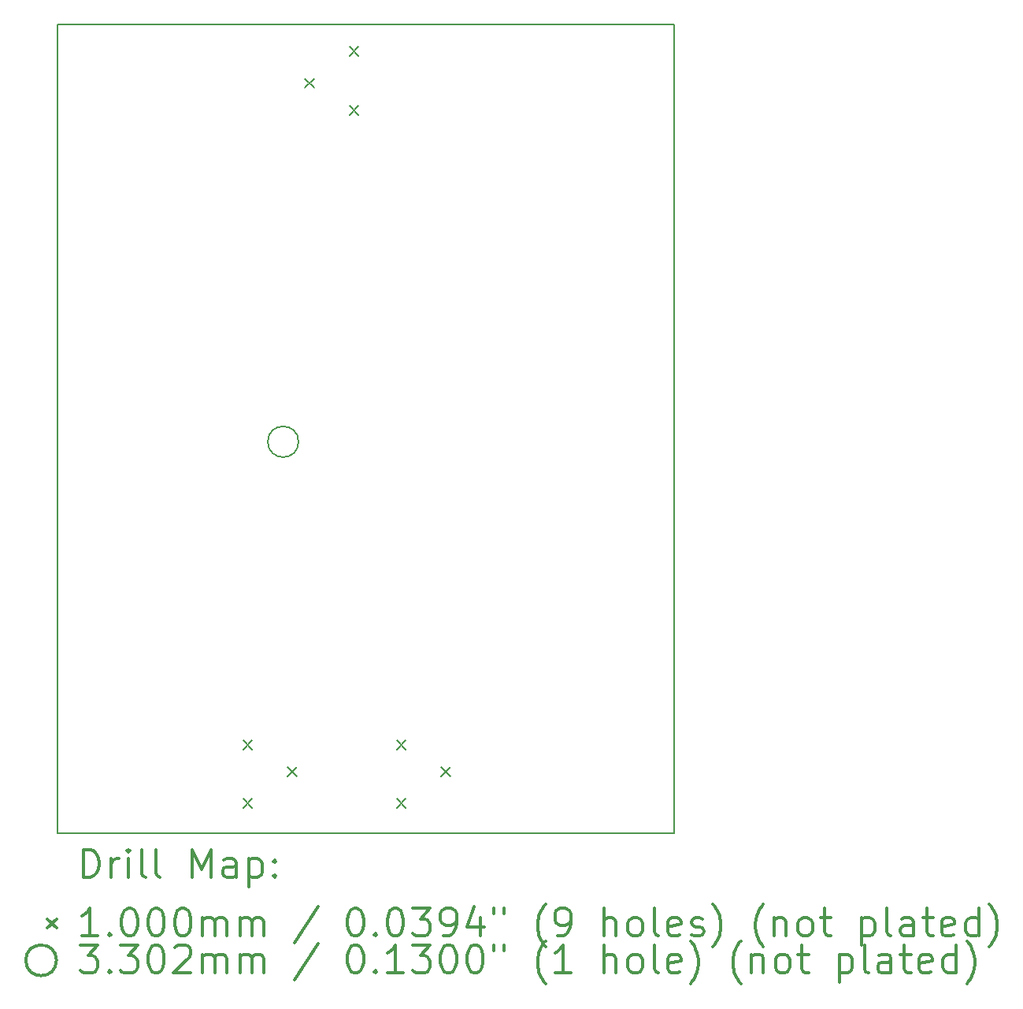
<source format=gbr>
%FSLAX45Y45*%
G04 Gerber Fmt 4.5, Leading zero omitted, Abs format (unit mm)*
G04 Created by KiCad (PCBNEW (5.1.10)-1) date 2021-11-03 22:51:22*
%MOMM*%
%LPD*%
G01*
G04 APERTURE LIST*
%TA.AperFunction,Profile*%
%ADD10C,0.152400*%
%TD*%
%ADD11C,0.200000*%
%ADD12C,0.300000*%
G04 APERTURE END LIST*
D10*
X18161000Y-6172200D02*
X18161000Y-14859000D01*
X11531600Y-6172200D02*
X18161000Y-6172200D01*
X11531600Y-14859000D02*
X11531600Y-6172200D01*
X18161000Y-14859000D02*
X11531600Y-14859000D01*
D11*
X13530110Y-13859360D02*
X13630110Y-13959360D01*
X13630110Y-13859360D02*
X13530110Y-13959360D01*
X13530110Y-14489360D02*
X13630110Y-14589360D01*
X13630110Y-14489360D02*
X13530110Y-14589360D01*
X14010110Y-14149360D02*
X14110110Y-14249360D01*
X14110110Y-14149360D02*
X14010110Y-14249360D01*
X14193110Y-6751360D02*
X14293110Y-6851360D01*
X14293110Y-6751360D02*
X14193110Y-6851360D01*
X14673110Y-6411360D02*
X14773110Y-6511360D01*
X14773110Y-6411360D02*
X14673110Y-6511360D01*
X14673110Y-7041360D02*
X14773110Y-7141360D01*
X14773110Y-7041360D02*
X14673110Y-7141360D01*
X15181110Y-13859360D02*
X15281110Y-13959360D01*
X15281110Y-13859360D02*
X15181110Y-13959360D01*
X15181110Y-14489360D02*
X15281110Y-14589360D01*
X15281110Y-14489360D02*
X15181110Y-14589360D01*
X15661110Y-14149360D02*
X15761110Y-14249360D01*
X15761110Y-14149360D02*
X15661110Y-14249360D01*
X14126210Y-10652760D02*
G75*
G03*
X14126210Y-10652760I-165100J0D01*
G01*
D12*
X11810408Y-15332334D02*
X11810408Y-15032334D01*
X11881837Y-15032334D01*
X11924694Y-15046620D01*
X11953266Y-15075191D01*
X11967551Y-15103763D01*
X11981837Y-15160906D01*
X11981837Y-15203763D01*
X11967551Y-15260906D01*
X11953266Y-15289477D01*
X11924694Y-15318049D01*
X11881837Y-15332334D01*
X11810408Y-15332334D01*
X12110408Y-15332334D02*
X12110408Y-15132334D01*
X12110408Y-15189477D02*
X12124694Y-15160906D01*
X12138980Y-15146620D01*
X12167551Y-15132334D01*
X12196123Y-15132334D01*
X12296123Y-15332334D02*
X12296123Y-15132334D01*
X12296123Y-15032334D02*
X12281837Y-15046620D01*
X12296123Y-15060906D01*
X12310408Y-15046620D01*
X12296123Y-15032334D01*
X12296123Y-15060906D01*
X12481837Y-15332334D02*
X12453266Y-15318049D01*
X12438980Y-15289477D01*
X12438980Y-15032334D01*
X12638980Y-15332334D02*
X12610408Y-15318049D01*
X12596123Y-15289477D01*
X12596123Y-15032334D01*
X12981837Y-15332334D02*
X12981837Y-15032334D01*
X13081837Y-15246620D01*
X13181837Y-15032334D01*
X13181837Y-15332334D01*
X13453266Y-15332334D02*
X13453266Y-15175191D01*
X13438980Y-15146620D01*
X13410408Y-15132334D01*
X13353266Y-15132334D01*
X13324694Y-15146620D01*
X13453266Y-15318049D02*
X13424694Y-15332334D01*
X13353266Y-15332334D01*
X13324694Y-15318049D01*
X13310408Y-15289477D01*
X13310408Y-15260906D01*
X13324694Y-15232334D01*
X13353266Y-15218049D01*
X13424694Y-15218049D01*
X13453266Y-15203763D01*
X13596123Y-15132334D02*
X13596123Y-15432334D01*
X13596123Y-15146620D02*
X13624694Y-15132334D01*
X13681837Y-15132334D01*
X13710408Y-15146620D01*
X13724694Y-15160906D01*
X13738980Y-15189477D01*
X13738980Y-15275191D01*
X13724694Y-15303763D01*
X13710408Y-15318049D01*
X13681837Y-15332334D01*
X13624694Y-15332334D01*
X13596123Y-15318049D01*
X13867551Y-15303763D02*
X13881837Y-15318049D01*
X13867551Y-15332334D01*
X13853266Y-15318049D01*
X13867551Y-15303763D01*
X13867551Y-15332334D01*
X13867551Y-15146620D02*
X13881837Y-15160906D01*
X13867551Y-15175191D01*
X13853266Y-15160906D01*
X13867551Y-15146620D01*
X13867551Y-15175191D01*
X11423980Y-15776620D02*
X11523980Y-15876620D01*
X11523980Y-15776620D02*
X11423980Y-15876620D01*
X11967551Y-15962334D02*
X11796123Y-15962334D01*
X11881837Y-15962334D02*
X11881837Y-15662334D01*
X11853266Y-15705191D01*
X11824694Y-15733763D01*
X11796123Y-15748049D01*
X12096123Y-15933763D02*
X12110408Y-15948049D01*
X12096123Y-15962334D01*
X12081837Y-15948049D01*
X12096123Y-15933763D01*
X12096123Y-15962334D01*
X12296123Y-15662334D02*
X12324694Y-15662334D01*
X12353266Y-15676620D01*
X12367551Y-15690906D01*
X12381837Y-15719477D01*
X12396123Y-15776620D01*
X12396123Y-15848049D01*
X12381837Y-15905191D01*
X12367551Y-15933763D01*
X12353266Y-15948049D01*
X12324694Y-15962334D01*
X12296123Y-15962334D01*
X12267551Y-15948049D01*
X12253266Y-15933763D01*
X12238980Y-15905191D01*
X12224694Y-15848049D01*
X12224694Y-15776620D01*
X12238980Y-15719477D01*
X12253266Y-15690906D01*
X12267551Y-15676620D01*
X12296123Y-15662334D01*
X12581837Y-15662334D02*
X12610408Y-15662334D01*
X12638980Y-15676620D01*
X12653266Y-15690906D01*
X12667551Y-15719477D01*
X12681837Y-15776620D01*
X12681837Y-15848049D01*
X12667551Y-15905191D01*
X12653266Y-15933763D01*
X12638980Y-15948049D01*
X12610408Y-15962334D01*
X12581837Y-15962334D01*
X12553266Y-15948049D01*
X12538980Y-15933763D01*
X12524694Y-15905191D01*
X12510408Y-15848049D01*
X12510408Y-15776620D01*
X12524694Y-15719477D01*
X12538980Y-15690906D01*
X12553266Y-15676620D01*
X12581837Y-15662334D01*
X12867551Y-15662334D02*
X12896123Y-15662334D01*
X12924694Y-15676620D01*
X12938980Y-15690906D01*
X12953266Y-15719477D01*
X12967551Y-15776620D01*
X12967551Y-15848049D01*
X12953266Y-15905191D01*
X12938980Y-15933763D01*
X12924694Y-15948049D01*
X12896123Y-15962334D01*
X12867551Y-15962334D01*
X12838980Y-15948049D01*
X12824694Y-15933763D01*
X12810408Y-15905191D01*
X12796123Y-15848049D01*
X12796123Y-15776620D01*
X12810408Y-15719477D01*
X12824694Y-15690906D01*
X12838980Y-15676620D01*
X12867551Y-15662334D01*
X13096123Y-15962334D02*
X13096123Y-15762334D01*
X13096123Y-15790906D02*
X13110408Y-15776620D01*
X13138980Y-15762334D01*
X13181837Y-15762334D01*
X13210408Y-15776620D01*
X13224694Y-15805191D01*
X13224694Y-15962334D01*
X13224694Y-15805191D02*
X13238980Y-15776620D01*
X13267551Y-15762334D01*
X13310408Y-15762334D01*
X13338980Y-15776620D01*
X13353266Y-15805191D01*
X13353266Y-15962334D01*
X13496123Y-15962334D02*
X13496123Y-15762334D01*
X13496123Y-15790906D02*
X13510408Y-15776620D01*
X13538980Y-15762334D01*
X13581837Y-15762334D01*
X13610408Y-15776620D01*
X13624694Y-15805191D01*
X13624694Y-15962334D01*
X13624694Y-15805191D02*
X13638980Y-15776620D01*
X13667551Y-15762334D01*
X13710408Y-15762334D01*
X13738980Y-15776620D01*
X13753266Y-15805191D01*
X13753266Y-15962334D01*
X14338980Y-15648049D02*
X14081837Y-16033763D01*
X14724694Y-15662334D02*
X14753266Y-15662334D01*
X14781837Y-15676620D01*
X14796123Y-15690906D01*
X14810408Y-15719477D01*
X14824694Y-15776620D01*
X14824694Y-15848049D01*
X14810408Y-15905191D01*
X14796123Y-15933763D01*
X14781837Y-15948049D01*
X14753266Y-15962334D01*
X14724694Y-15962334D01*
X14696123Y-15948049D01*
X14681837Y-15933763D01*
X14667551Y-15905191D01*
X14653266Y-15848049D01*
X14653266Y-15776620D01*
X14667551Y-15719477D01*
X14681837Y-15690906D01*
X14696123Y-15676620D01*
X14724694Y-15662334D01*
X14953266Y-15933763D02*
X14967551Y-15948049D01*
X14953266Y-15962334D01*
X14938980Y-15948049D01*
X14953266Y-15933763D01*
X14953266Y-15962334D01*
X15153266Y-15662334D02*
X15181837Y-15662334D01*
X15210408Y-15676620D01*
X15224694Y-15690906D01*
X15238980Y-15719477D01*
X15253266Y-15776620D01*
X15253266Y-15848049D01*
X15238980Y-15905191D01*
X15224694Y-15933763D01*
X15210408Y-15948049D01*
X15181837Y-15962334D01*
X15153266Y-15962334D01*
X15124694Y-15948049D01*
X15110408Y-15933763D01*
X15096123Y-15905191D01*
X15081837Y-15848049D01*
X15081837Y-15776620D01*
X15096123Y-15719477D01*
X15110408Y-15690906D01*
X15124694Y-15676620D01*
X15153266Y-15662334D01*
X15353266Y-15662334D02*
X15538980Y-15662334D01*
X15438980Y-15776620D01*
X15481837Y-15776620D01*
X15510408Y-15790906D01*
X15524694Y-15805191D01*
X15538980Y-15833763D01*
X15538980Y-15905191D01*
X15524694Y-15933763D01*
X15510408Y-15948049D01*
X15481837Y-15962334D01*
X15396123Y-15962334D01*
X15367551Y-15948049D01*
X15353266Y-15933763D01*
X15681837Y-15962334D02*
X15738980Y-15962334D01*
X15767551Y-15948049D01*
X15781837Y-15933763D01*
X15810408Y-15890906D01*
X15824694Y-15833763D01*
X15824694Y-15719477D01*
X15810408Y-15690906D01*
X15796123Y-15676620D01*
X15767551Y-15662334D01*
X15710408Y-15662334D01*
X15681837Y-15676620D01*
X15667551Y-15690906D01*
X15653266Y-15719477D01*
X15653266Y-15790906D01*
X15667551Y-15819477D01*
X15681837Y-15833763D01*
X15710408Y-15848049D01*
X15767551Y-15848049D01*
X15796123Y-15833763D01*
X15810408Y-15819477D01*
X15824694Y-15790906D01*
X16081837Y-15762334D02*
X16081837Y-15962334D01*
X16010408Y-15648049D02*
X15938980Y-15862334D01*
X16124694Y-15862334D01*
X16224694Y-15662334D02*
X16224694Y-15719477D01*
X16338980Y-15662334D02*
X16338980Y-15719477D01*
X16781837Y-16076620D02*
X16767551Y-16062334D01*
X16738980Y-16019477D01*
X16724694Y-15990906D01*
X16710408Y-15948049D01*
X16696123Y-15876620D01*
X16696123Y-15819477D01*
X16710408Y-15748049D01*
X16724694Y-15705191D01*
X16738980Y-15676620D01*
X16767551Y-15633763D01*
X16781837Y-15619477D01*
X16910408Y-15962334D02*
X16967551Y-15962334D01*
X16996123Y-15948049D01*
X17010408Y-15933763D01*
X17038980Y-15890906D01*
X17053266Y-15833763D01*
X17053266Y-15719477D01*
X17038980Y-15690906D01*
X17024694Y-15676620D01*
X16996123Y-15662334D01*
X16938980Y-15662334D01*
X16910408Y-15676620D01*
X16896123Y-15690906D01*
X16881837Y-15719477D01*
X16881837Y-15790906D01*
X16896123Y-15819477D01*
X16910408Y-15833763D01*
X16938980Y-15848049D01*
X16996123Y-15848049D01*
X17024694Y-15833763D01*
X17038980Y-15819477D01*
X17053266Y-15790906D01*
X17410408Y-15962334D02*
X17410408Y-15662334D01*
X17538980Y-15962334D02*
X17538980Y-15805191D01*
X17524694Y-15776620D01*
X17496123Y-15762334D01*
X17453266Y-15762334D01*
X17424694Y-15776620D01*
X17410408Y-15790906D01*
X17724694Y-15962334D02*
X17696123Y-15948049D01*
X17681837Y-15933763D01*
X17667551Y-15905191D01*
X17667551Y-15819477D01*
X17681837Y-15790906D01*
X17696123Y-15776620D01*
X17724694Y-15762334D01*
X17767551Y-15762334D01*
X17796123Y-15776620D01*
X17810408Y-15790906D01*
X17824694Y-15819477D01*
X17824694Y-15905191D01*
X17810408Y-15933763D01*
X17796123Y-15948049D01*
X17767551Y-15962334D01*
X17724694Y-15962334D01*
X17996123Y-15962334D02*
X17967551Y-15948049D01*
X17953266Y-15919477D01*
X17953266Y-15662334D01*
X18224694Y-15948049D02*
X18196123Y-15962334D01*
X18138980Y-15962334D01*
X18110408Y-15948049D01*
X18096123Y-15919477D01*
X18096123Y-15805191D01*
X18110408Y-15776620D01*
X18138980Y-15762334D01*
X18196123Y-15762334D01*
X18224694Y-15776620D01*
X18238980Y-15805191D01*
X18238980Y-15833763D01*
X18096123Y-15862334D01*
X18353266Y-15948049D02*
X18381837Y-15962334D01*
X18438980Y-15962334D01*
X18467551Y-15948049D01*
X18481837Y-15919477D01*
X18481837Y-15905191D01*
X18467551Y-15876620D01*
X18438980Y-15862334D01*
X18396123Y-15862334D01*
X18367551Y-15848049D01*
X18353266Y-15819477D01*
X18353266Y-15805191D01*
X18367551Y-15776620D01*
X18396123Y-15762334D01*
X18438980Y-15762334D01*
X18467551Y-15776620D01*
X18581837Y-16076620D02*
X18596123Y-16062334D01*
X18624694Y-16019477D01*
X18638980Y-15990906D01*
X18653266Y-15948049D01*
X18667551Y-15876620D01*
X18667551Y-15819477D01*
X18653266Y-15748049D01*
X18638980Y-15705191D01*
X18624694Y-15676620D01*
X18596123Y-15633763D01*
X18581837Y-15619477D01*
X19124694Y-16076620D02*
X19110408Y-16062334D01*
X19081837Y-16019477D01*
X19067551Y-15990906D01*
X19053266Y-15948049D01*
X19038980Y-15876620D01*
X19038980Y-15819477D01*
X19053266Y-15748049D01*
X19067551Y-15705191D01*
X19081837Y-15676620D01*
X19110408Y-15633763D01*
X19124694Y-15619477D01*
X19238980Y-15762334D02*
X19238980Y-15962334D01*
X19238980Y-15790906D02*
X19253266Y-15776620D01*
X19281837Y-15762334D01*
X19324694Y-15762334D01*
X19353266Y-15776620D01*
X19367551Y-15805191D01*
X19367551Y-15962334D01*
X19553266Y-15962334D02*
X19524694Y-15948049D01*
X19510408Y-15933763D01*
X19496123Y-15905191D01*
X19496123Y-15819477D01*
X19510408Y-15790906D01*
X19524694Y-15776620D01*
X19553266Y-15762334D01*
X19596123Y-15762334D01*
X19624694Y-15776620D01*
X19638980Y-15790906D01*
X19653266Y-15819477D01*
X19653266Y-15905191D01*
X19638980Y-15933763D01*
X19624694Y-15948049D01*
X19596123Y-15962334D01*
X19553266Y-15962334D01*
X19738980Y-15762334D02*
X19853266Y-15762334D01*
X19781837Y-15662334D02*
X19781837Y-15919477D01*
X19796123Y-15948049D01*
X19824694Y-15962334D01*
X19853266Y-15962334D01*
X20181837Y-15762334D02*
X20181837Y-16062334D01*
X20181837Y-15776620D02*
X20210408Y-15762334D01*
X20267551Y-15762334D01*
X20296123Y-15776620D01*
X20310408Y-15790906D01*
X20324694Y-15819477D01*
X20324694Y-15905191D01*
X20310408Y-15933763D01*
X20296123Y-15948049D01*
X20267551Y-15962334D01*
X20210408Y-15962334D01*
X20181837Y-15948049D01*
X20496123Y-15962334D02*
X20467551Y-15948049D01*
X20453266Y-15919477D01*
X20453266Y-15662334D01*
X20738980Y-15962334D02*
X20738980Y-15805191D01*
X20724694Y-15776620D01*
X20696123Y-15762334D01*
X20638980Y-15762334D01*
X20610408Y-15776620D01*
X20738980Y-15948049D02*
X20710408Y-15962334D01*
X20638980Y-15962334D01*
X20610408Y-15948049D01*
X20596123Y-15919477D01*
X20596123Y-15890906D01*
X20610408Y-15862334D01*
X20638980Y-15848049D01*
X20710408Y-15848049D01*
X20738980Y-15833763D01*
X20838980Y-15762334D02*
X20953266Y-15762334D01*
X20881837Y-15662334D02*
X20881837Y-15919477D01*
X20896123Y-15948049D01*
X20924694Y-15962334D01*
X20953266Y-15962334D01*
X21167551Y-15948049D02*
X21138980Y-15962334D01*
X21081837Y-15962334D01*
X21053266Y-15948049D01*
X21038980Y-15919477D01*
X21038980Y-15805191D01*
X21053266Y-15776620D01*
X21081837Y-15762334D01*
X21138980Y-15762334D01*
X21167551Y-15776620D01*
X21181837Y-15805191D01*
X21181837Y-15833763D01*
X21038980Y-15862334D01*
X21438980Y-15962334D02*
X21438980Y-15662334D01*
X21438980Y-15948049D02*
X21410408Y-15962334D01*
X21353266Y-15962334D01*
X21324694Y-15948049D01*
X21310408Y-15933763D01*
X21296123Y-15905191D01*
X21296123Y-15819477D01*
X21310408Y-15790906D01*
X21324694Y-15776620D01*
X21353266Y-15762334D01*
X21410408Y-15762334D01*
X21438980Y-15776620D01*
X21553266Y-16076620D02*
X21567551Y-16062334D01*
X21596123Y-16019477D01*
X21610408Y-15990906D01*
X21624694Y-15948049D01*
X21638980Y-15876620D01*
X21638980Y-15819477D01*
X21624694Y-15748049D01*
X21610408Y-15705191D01*
X21596123Y-15676620D01*
X21567551Y-15633763D01*
X21553266Y-15619477D01*
X11523980Y-16222620D02*
G75*
G03*
X11523980Y-16222620I-165100J0D01*
G01*
X11781837Y-16058334D02*
X11967551Y-16058334D01*
X11867551Y-16172620D01*
X11910408Y-16172620D01*
X11938980Y-16186906D01*
X11953266Y-16201191D01*
X11967551Y-16229763D01*
X11967551Y-16301191D01*
X11953266Y-16329763D01*
X11938980Y-16344049D01*
X11910408Y-16358334D01*
X11824694Y-16358334D01*
X11796123Y-16344049D01*
X11781837Y-16329763D01*
X12096123Y-16329763D02*
X12110408Y-16344049D01*
X12096123Y-16358334D01*
X12081837Y-16344049D01*
X12096123Y-16329763D01*
X12096123Y-16358334D01*
X12210408Y-16058334D02*
X12396123Y-16058334D01*
X12296123Y-16172620D01*
X12338980Y-16172620D01*
X12367551Y-16186906D01*
X12381837Y-16201191D01*
X12396123Y-16229763D01*
X12396123Y-16301191D01*
X12381837Y-16329763D01*
X12367551Y-16344049D01*
X12338980Y-16358334D01*
X12253266Y-16358334D01*
X12224694Y-16344049D01*
X12210408Y-16329763D01*
X12581837Y-16058334D02*
X12610408Y-16058334D01*
X12638980Y-16072620D01*
X12653266Y-16086906D01*
X12667551Y-16115477D01*
X12681837Y-16172620D01*
X12681837Y-16244049D01*
X12667551Y-16301191D01*
X12653266Y-16329763D01*
X12638980Y-16344049D01*
X12610408Y-16358334D01*
X12581837Y-16358334D01*
X12553266Y-16344049D01*
X12538980Y-16329763D01*
X12524694Y-16301191D01*
X12510408Y-16244049D01*
X12510408Y-16172620D01*
X12524694Y-16115477D01*
X12538980Y-16086906D01*
X12553266Y-16072620D01*
X12581837Y-16058334D01*
X12796123Y-16086906D02*
X12810408Y-16072620D01*
X12838980Y-16058334D01*
X12910408Y-16058334D01*
X12938980Y-16072620D01*
X12953266Y-16086906D01*
X12967551Y-16115477D01*
X12967551Y-16144049D01*
X12953266Y-16186906D01*
X12781837Y-16358334D01*
X12967551Y-16358334D01*
X13096123Y-16358334D02*
X13096123Y-16158334D01*
X13096123Y-16186906D02*
X13110408Y-16172620D01*
X13138980Y-16158334D01*
X13181837Y-16158334D01*
X13210408Y-16172620D01*
X13224694Y-16201191D01*
X13224694Y-16358334D01*
X13224694Y-16201191D02*
X13238980Y-16172620D01*
X13267551Y-16158334D01*
X13310408Y-16158334D01*
X13338980Y-16172620D01*
X13353266Y-16201191D01*
X13353266Y-16358334D01*
X13496123Y-16358334D02*
X13496123Y-16158334D01*
X13496123Y-16186906D02*
X13510408Y-16172620D01*
X13538980Y-16158334D01*
X13581837Y-16158334D01*
X13610408Y-16172620D01*
X13624694Y-16201191D01*
X13624694Y-16358334D01*
X13624694Y-16201191D02*
X13638980Y-16172620D01*
X13667551Y-16158334D01*
X13710408Y-16158334D01*
X13738980Y-16172620D01*
X13753266Y-16201191D01*
X13753266Y-16358334D01*
X14338980Y-16044049D02*
X14081837Y-16429763D01*
X14724694Y-16058334D02*
X14753266Y-16058334D01*
X14781837Y-16072620D01*
X14796123Y-16086906D01*
X14810408Y-16115477D01*
X14824694Y-16172620D01*
X14824694Y-16244049D01*
X14810408Y-16301191D01*
X14796123Y-16329763D01*
X14781837Y-16344049D01*
X14753266Y-16358334D01*
X14724694Y-16358334D01*
X14696123Y-16344049D01*
X14681837Y-16329763D01*
X14667551Y-16301191D01*
X14653266Y-16244049D01*
X14653266Y-16172620D01*
X14667551Y-16115477D01*
X14681837Y-16086906D01*
X14696123Y-16072620D01*
X14724694Y-16058334D01*
X14953266Y-16329763D02*
X14967551Y-16344049D01*
X14953266Y-16358334D01*
X14938980Y-16344049D01*
X14953266Y-16329763D01*
X14953266Y-16358334D01*
X15253266Y-16358334D02*
X15081837Y-16358334D01*
X15167551Y-16358334D02*
X15167551Y-16058334D01*
X15138980Y-16101191D01*
X15110408Y-16129763D01*
X15081837Y-16144049D01*
X15353266Y-16058334D02*
X15538980Y-16058334D01*
X15438980Y-16172620D01*
X15481837Y-16172620D01*
X15510408Y-16186906D01*
X15524694Y-16201191D01*
X15538980Y-16229763D01*
X15538980Y-16301191D01*
X15524694Y-16329763D01*
X15510408Y-16344049D01*
X15481837Y-16358334D01*
X15396123Y-16358334D01*
X15367551Y-16344049D01*
X15353266Y-16329763D01*
X15724694Y-16058334D02*
X15753266Y-16058334D01*
X15781837Y-16072620D01*
X15796123Y-16086906D01*
X15810408Y-16115477D01*
X15824694Y-16172620D01*
X15824694Y-16244049D01*
X15810408Y-16301191D01*
X15796123Y-16329763D01*
X15781837Y-16344049D01*
X15753266Y-16358334D01*
X15724694Y-16358334D01*
X15696123Y-16344049D01*
X15681837Y-16329763D01*
X15667551Y-16301191D01*
X15653266Y-16244049D01*
X15653266Y-16172620D01*
X15667551Y-16115477D01*
X15681837Y-16086906D01*
X15696123Y-16072620D01*
X15724694Y-16058334D01*
X16010408Y-16058334D02*
X16038980Y-16058334D01*
X16067551Y-16072620D01*
X16081837Y-16086906D01*
X16096123Y-16115477D01*
X16110408Y-16172620D01*
X16110408Y-16244049D01*
X16096123Y-16301191D01*
X16081837Y-16329763D01*
X16067551Y-16344049D01*
X16038980Y-16358334D01*
X16010408Y-16358334D01*
X15981837Y-16344049D01*
X15967551Y-16329763D01*
X15953266Y-16301191D01*
X15938980Y-16244049D01*
X15938980Y-16172620D01*
X15953266Y-16115477D01*
X15967551Y-16086906D01*
X15981837Y-16072620D01*
X16010408Y-16058334D01*
X16224694Y-16058334D02*
X16224694Y-16115477D01*
X16338980Y-16058334D02*
X16338980Y-16115477D01*
X16781837Y-16472620D02*
X16767551Y-16458334D01*
X16738980Y-16415477D01*
X16724694Y-16386906D01*
X16710408Y-16344049D01*
X16696123Y-16272620D01*
X16696123Y-16215477D01*
X16710408Y-16144049D01*
X16724694Y-16101191D01*
X16738980Y-16072620D01*
X16767551Y-16029763D01*
X16781837Y-16015477D01*
X17053266Y-16358334D02*
X16881837Y-16358334D01*
X16967551Y-16358334D02*
X16967551Y-16058334D01*
X16938980Y-16101191D01*
X16910408Y-16129763D01*
X16881837Y-16144049D01*
X17410408Y-16358334D02*
X17410408Y-16058334D01*
X17538980Y-16358334D02*
X17538980Y-16201191D01*
X17524694Y-16172620D01*
X17496123Y-16158334D01*
X17453266Y-16158334D01*
X17424694Y-16172620D01*
X17410408Y-16186906D01*
X17724694Y-16358334D02*
X17696123Y-16344049D01*
X17681837Y-16329763D01*
X17667551Y-16301191D01*
X17667551Y-16215477D01*
X17681837Y-16186906D01*
X17696123Y-16172620D01*
X17724694Y-16158334D01*
X17767551Y-16158334D01*
X17796123Y-16172620D01*
X17810408Y-16186906D01*
X17824694Y-16215477D01*
X17824694Y-16301191D01*
X17810408Y-16329763D01*
X17796123Y-16344049D01*
X17767551Y-16358334D01*
X17724694Y-16358334D01*
X17996123Y-16358334D02*
X17967551Y-16344049D01*
X17953266Y-16315477D01*
X17953266Y-16058334D01*
X18224694Y-16344049D02*
X18196123Y-16358334D01*
X18138980Y-16358334D01*
X18110408Y-16344049D01*
X18096123Y-16315477D01*
X18096123Y-16201191D01*
X18110408Y-16172620D01*
X18138980Y-16158334D01*
X18196123Y-16158334D01*
X18224694Y-16172620D01*
X18238980Y-16201191D01*
X18238980Y-16229763D01*
X18096123Y-16258334D01*
X18338980Y-16472620D02*
X18353266Y-16458334D01*
X18381837Y-16415477D01*
X18396123Y-16386906D01*
X18410408Y-16344049D01*
X18424694Y-16272620D01*
X18424694Y-16215477D01*
X18410408Y-16144049D01*
X18396123Y-16101191D01*
X18381837Y-16072620D01*
X18353266Y-16029763D01*
X18338980Y-16015477D01*
X18881837Y-16472620D02*
X18867551Y-16458334D01*
X18838980Y-16415477D01*
X18824694Y-16386906D01*
X18810408Y-16344049D01*
X18796123Y-16272620D01*
X18796123Y-16215477D01*
X18810408Y-16144049D01*
X18824694Y-16101191D01*
X18838980Y-16072620D01*
X18867551Y-16029763D01*
X18881837Y-16015477D01*
X18996123Y-16158334D02*
X18996123Y-16358334D01*
X18996123Y-16186906D02*
X19010408Y-16172620D01*
X19038980Y-16158334D01*
X19081837Y-16158334D01*
X19110408Y-16172620D01*
X19124694Y-16201191D01*
X19124694Y-16358334D01*
X19310408Y-16358334D02*
X19281837Y-16344049D01*
X19267551Y-16329763D01*
X19253266Y-16301191D01*
X19253266Y-16215477D01*
X19267551Y-16186906D01*
X19281837Y-16172620D01*
X19310408Y-16158334D01*
X19353266Y-16158334D01*
X19381837Y-16172620D01*
X19396123Y-16186906D01*
X19410408Y-16215477D01*
X19410408Y-16301191D01*
X19396123Y-16329763D01*
X19381837Y-16344049D01*
X19353266Y-16358334D01*
X19310408Y-16358334D01*
X19496123Y-16158334D02*
X19610408Y-16158334D01*
X19538980Y-16058334D02*
X19538980Y-16315477D01*
X19553266Y-16344049D01*
X19581837Y-16358334D01*
X19610408Y-16358334D01*
X19938980Y-16158334D02*
X19938980Y-16458334D01*
X19938980Y-16172620D02*
X19967551Y-16158334D01*
X20024694Y-16158334D01*
X20053266Y-16172620D01*
X20067551Y-16186906D01*
X20081837Y-16215477D01*
X20081837Y-16301191D01*
X20067551Y-16329763D01*
X20053266Y-16344049D01*
X20024694Y-16358334D01*
X19967551Y-16358334D01*
X19938980Y-16344049D01*
X20253266Y-16358334D02*
X20224694Y-16344049D01*
X20210408Y-16315477D01*
X20210408Y-16058334D01*
X20496123Y-16358334D02*
X20496123Y-16201191D01*
X20481837Y-16172620D01*
X20453266Y-16158334D01*
X20396123Y-16158334D01*
X20367551Y-16172620D01*
X20496123Y-16344049D02*
X20467551Y-16358334D01*
X20396123Y-16358334D01*
X20367551Y-16344049D01*
X20353266Y-16315477D01*
X20353266Y-16286906D01*
X20367551Y-16258334D01*
X20396123Y-16244049D01*
X20467551Y-16244049D01*
X20496123Y-16229763D01*
X20596123Y-16158334D02*
X20710408Y-16158334D01*
X20638980Y-16058334D02*
X20638980Y-16315477D01*
X20653266Y-16344049D01*
X20681837Y-16358334D01*
X20710408Y-16358334D01*
X20924694Y-16344049D02*
X20896123Y-16358334D01*
X20838980Y-16358334D01*
X20810408Y-16344049D01*
X20796123Y-16315477D01*
X20796123Y-16201191D01*
X20810408Y-16172620D01*
X20838980Y-16158334D01*
X20896123Y-16158334D01*
X20924694Y-16172620D01*
X20938980Y-16201191D01*
X20938980Y-16229763D01*
X20796123Y-16258334D01*
X21196123Y-16358334D02*
X21196123Y-16058334D01*
X21196123Y-16344049D02*
X21167551Y-16358334D01*
X21110408Y-16358334D01*
X21081837Y-16344049D01*
X21067551Y-16329763D01*
X21053266Y-16301191D01*
X21053266Y-16215477D01*
X21067551Y-16186906D01*
X21081837Y-16172620D01*
X21110408Y-16158334D01*
X21167551Y-16158334D01*
X21196123Y-16172620D01*
X21310408Y-16472620D02*
X21324694Y-16458334D01*
X21353266Y-16415477D01*
X21367551Y-16386906D01*
X21381837Y-16344049D01*
X21396123Y-16272620D01*
X21396123Y-16215477D01*
X21381837Y-16144049D01*
X21367551Y-16101191D01*
X21353266Y-16072620D01*
X21324694Y-16029763D01*
X21310408Y-16015477D01*
M02*

</source>
